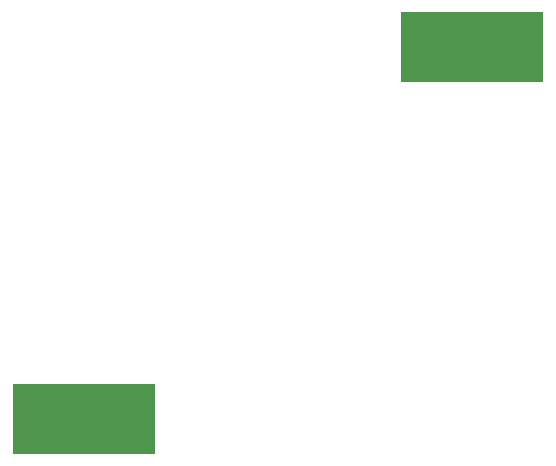
<source format=gbr>
%TF.GenerationSoftware,KiCad,Pcbnew,6.0.2+dfsg-1*%
%TF.CreationDate,2024-07-15T16:46:16+10:00*%
%TF.ProjectId,SWRBridge,53575242-7269-4646-9765-2e6b69636164,2*%
%TF.SameCoordinates,Original*%
%TF.FileFunction,Paste,Bot*%
%TF.FilePolarity,Positive*%
%FSLAX46Y46*%
G04 Gerber Fmt 4.6, Leading zero omitted, Abs format (unit mm)*
G04 Created by KiCad (PCBNEW 6.0.2+dfsg-1) date 2024-07-15 16:46:16*
%MOMM*%
%LPD*%
G01*
G04 APERTURE LIST*
%ADD10R,12.000000X6.000000*%
G04 APERTURE END LIST*
D10*
%TO.C,T2*%
X115570000Y-92456000D03*
%TD*%
%TO.C,T1*%
X148399500Y-60896500D03*
%TD*%
M02*

</source>
